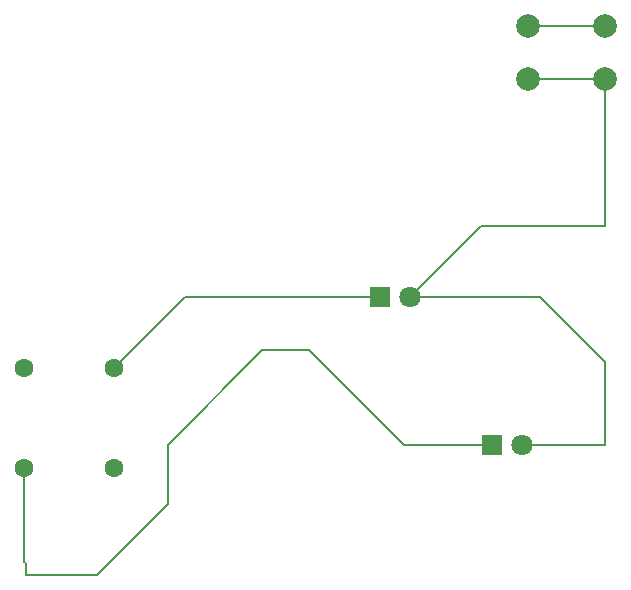
<source format=gbr>
%TF.GenerationSoftware,KiCad,Pcbnew,9.0.2*%
%TF.CreationDate,2025-06-04T18:39:41-07:00*%
%TF.ProjectId,butterfly3,62757474-6572-4666-9c79-332e6b696361,rev?*%
%TF.SameCoordinates,Original*%
%TF.FileFunction,Copper,L1,Top*%
%TF.FilePolarity,Positive*%
%FSLAX46Y46*%
G04 Gerber Fmt 4.6, Leading zero omitted, Abs format (unit mm)*
G04 Created by KiCad (PCBNEW 9.0.2) date 2025-06-04 18:39:41*
%MOMM*%
%LPD*%
G01*
G04 APERTURE LIST*
%TA.AperFunction,ComponentPad*%
%ADD10C,1.600000*%
%TD*%
%TA.AperFunction,ComponentPad*%
%ADD11R,1.800000X1.800000*%
%TD*%
%TA.AperFunction,ComponentPad*%
%ADD12C,1.800000*%
%TD*%
%TA.AperFunction,ComponentPad*%
%ADD13C,2.000000*%
%TD*%
%TA.AperFunction,Conductor*%
%ADD14C,0.200000*%
%TD*%
G04 APERTURE END LIST*
D10*
%TO.P,R2,2*%
%TO.N,Net-(BT1--)*%
X129000000Y-114000000D03*
%TO.P,R2,1*%
%TO.N,Net-(D2-K)*%
X121380000Y-114000000D03*
%TD*%
%TO.P,R1,1*%
%TO.N,Net-(D1-K)*%
X129000000Y-105500000D03*
%TO.P,R1,2*%
%TO.N,Net-(BT1--)*%
X121380000Y-105500000D03*
%TD*%
D11*
%TO.P,D2,1,K*%
%TO.N,Net-(D2-K)*%
X160960000Y-112000000D03*
D12*
%TO.P,D2,2,A*%
%TO.N,Net-(D1-A)*%
X163500000Y-112000000D03*
%TD*%
D11*
%TO.P,D1,1,K*%
%TO.N,Net-(D1-K)*%
X151460000Y-99500000D03*
D12*
%TO.P,D1,2,A*%
%TO.N,Net-(D1-A)*%
X154000000Y-99500000D03*
%TD*%
D13*
%TO.P,SW1,1,1*%
%TO.N,Net-(BT1-+)*%
X164000000Y-76500000D03*
X170500000Y-76500000D03*
%TO.P,SW1,2,2*%
%TO.N,Net-(D1-A)*%
X164000000Y-81000000D03*
X170500000Y-81000000D03*
%TD*%
D14*
%TO.N,Net-(D2-K)*%
X121380000Y-121880000D02*
X121380000Y-114000000D01*
X121500000Y-122000000D02*
X121380000Y-121880000D01*
X121500000Y-123000000D02*
X121500000Y-122000000D01*
X127500000Y-123000000D02*
X121500000Y-123000000D01*
X133500000Y-117000000D02*
X127500000Y-123000000D01*
X133500000Y-112000000D02*
X133500000Y-117000000D01*
X141500000Y-104000000D02*
X133500000Y-112000000D01*
X145500000Y-104000000D02*
X141500000Y-104000000D01*
X153500000Y-112000000D02*
X145500000Y-104000000D01*
X160960000Y-112000000D02*
X153500000Y-112000000D01*
%TO.N,Net-(D1-A)*%
X170500000Y-112000000D02*
X163500000Y-112000000D01*
X170500000Y-105000000D02*
X170500000Y-112000000D01*
X165000000Y-99500000D02*
X170500000Y-105000000D01*
X154000000Y-99500000D02*
X165000000Y-99500000D01*
X170500000Y-93500000D02*
X170500000Y-81000000D01*
X160000000Y-93500000D02*
X170500000Y-93500000D01*
X154000000Y-99500000D02*
X160000000Y-93500000D01*
X164000000Y-81000000D02*
X170500000Y-81000000D01*
%TO.N,Net-(BT1-+)*%
X170500000Y-76500000D02*
X164000000Y-76500000D01*
%TO.N,Net-(D1-K)*%
X151460000Y-99500000D02*
X135000000Y-99500000D01*
X135000000Y-99500000D02*
X129000000Y-105500000D01*
%TD*%
M02*

</source>
